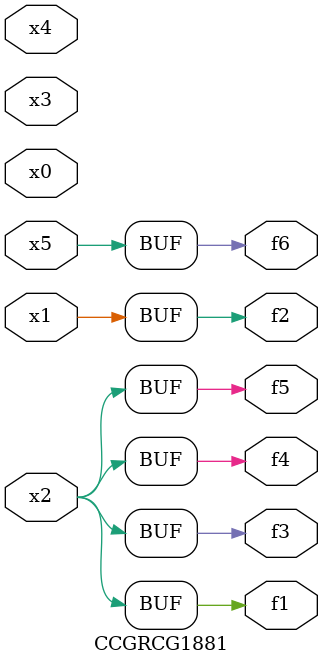
<source format=v>
module CCGRCG1881(
	input x0, x1, x2, x3, x4, x5,
	output f1, f2, f3, f4, f5, f6
);
	assign f1 = x2;
	assign f2 = x1;
	assign f3 = x2;
	assign f4 = x2;
	assign f5 = x2;
	assign f6 = x5;
endmodule

</source>
